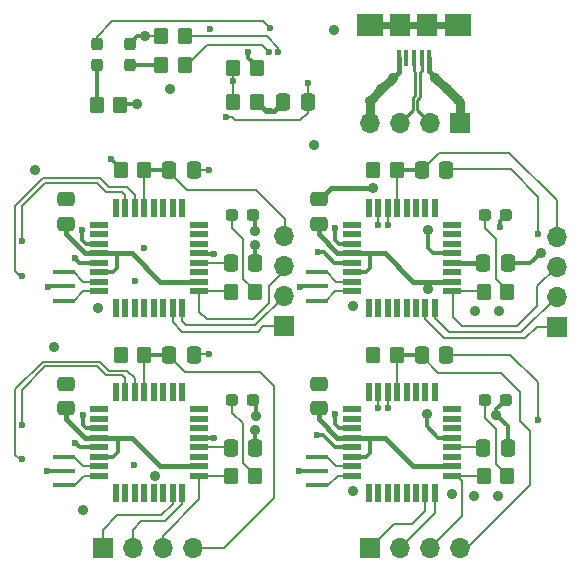
<source format=gbr>
%TF.GenerationSoftware,KiCad,Pcbnew,(6.0.4)*%
%TF.CreationDate,2022-04-04T02:46:47+02:00*%
%TF.ProjectId,Duino Coin,4475696e-6f20-4436-9f69-6e2e6b696361,rev?*%
%TF.SameCoordinates,Original*%
%TF.FileFunction,Copper,L1,Top*%
%TF.FilePolarity,Positive*%
%FSLAX46Y46*%
G04 Gerber Fmt 4.6, Leading zero omitted, Abs format (unit mm)*
G04 Created by KiCad (PCBNEW (6.0.4)) date 2022-04-04 02:46:47*
%MOMM*%
%LPD*%
G01*
G04 APERTURE LIST*
G04 Aperture macros list*
%AMRoundRect*
0 Rectangle with rounded corners*
0 $1 Rounding radius*
0 $2 $3 $4 $5 $6 $7 $8 $9 X,Y pos of 4 corners*
0 Add a 4 corners polygon primitive as box body*
4,1,4,$2,$3,$4,$5,$6,$7,$8,$9,$2,$3,0*
0 Add four circle primitives for the rounded corners*
1,1,$1+$1,$2,$3*
1,1,$1+$1,$4,$5*
1,1,$1+$1,$6,$7*
1,1,$1+$1,$8,$9*
0 Add four rect primitives between the rounded corners*
20,1,$1+$1,$2,$3,$4,$5,0*
20,1,$1+$1,$4,$5,$6,$7,0*
20,1,$1+$1,$6,$7,$8,$9,0*
20,1,$1+$1,$8,$9,$2,$3,0*%
G04 Aperture macros list end*
%TA.AperFunction,SMDPad,CuDef*%
%ADD10RoundRect,0.250000X0.337500X0.475000X-0.337500X0.475000X-0.337500X-0.475000X0.337500X-0.475000X0*%
%TD*%
%TA.AperFunction,SMDPad,CuDef*%
%ADD11RoundRect,0.250000X0.475000X-0.337500X0.475000X0.337500X-0.475000X0.337500X-0.475000X-0.337500X0*%
%TD*%
%TA.AperFunction,SMDPad,CuDef*%
%ADD12RoundRect,0.250000X-0.337500X-0.475000X0.337500X-0.475000X0.337500X0.475000X-0.337500X0.475000X0*%
%TD*%
%TA.AperFunction,SMDPad,CuDef*%
%ADD13RoundRect,0.237500X0.287500X0.237500X-0.287500X0.237500X-0.287500X-0.237500X0.287500X-0.237500X0*%
%TD*%
%TA.AperFunction,SMDPad,CuDef*%
%ADD14RoundRect,0.237500X0.237500X-0.287500X0.237500X0.287500X-0.237500X0.287500X-0.237500X-0.287500X0*%
%TD*%
%TA.AperFunction,SMDPad,CuDef*%
%ADD15R,1.500000X0.600000*%
%TD*%
%TA.AperFunction,SMDPad,CuDef*%
%ADD16R,0.600000X1.500000*%
%TD*%
%TA.AperFunction,SMDPad,CuDef*%
%ADD17R,0.400000X1.400000*%
%TD*%
%TA.AperFunction,SMDPad,CuDef*%
%ADD18R,1.800000X1.900000*%
%TD*%
%TA.AperFunction,SMDPad,CuDef*%
%ADD19R,2.300000X1.900000*%
%TD*%
%TA.AperFunction,SMDPad,CuDef*%
%ADD20RoundRect,0.249999X-0.350001X-0.450001X0.350001X-0.450001X0.350001X0.450001X-0.350001X0.450001X0*%
%TD*%
%TA.AperFunction,SMDPad,CuDef*%
%ADD21RoundRect,0.249999X0.350001X0.450001X-0.350001X0.450001X-0.350001X-0.450001X0.350001X-0.450001X0*%
%TD*%
%TA.AperFunction,SMDPad,CuDef*%
%ADD22R,1.900000X0.400000*%
%TD*%
%TA.AperFunction,ComponentPad*%
%ADD23R,1.700000X1.700000*%
%TD*%
%TA.AperFunction,ComponentPad*%
%ADD24O,1.700000X1.700000*%
%TD*%
%TA.AperFunction,ViaPad*%
%ADD25C,0.900000*%
%TD*%
%TA.AperFunction,ViaPad*%
%ADD26C,0.600000*%
%TD*%
%TA.AperFunction,Conductor*%
%ADD27C,0.800000*%
%TD*%
%TA.AperFunction,Conductor*%
%ADD28C,0.300000*%
%TD*%
%TA.AperFunction,Conductor*%
%ADD29C,0.400000*%
%TD*%
%TA.AperFunction,Conductor*%
%ADD30C,0.200000*%
%TD*%
%TA.AperFunction,Conductor*%
%ADD31C,0.600000*%
%TD*%
%TA.AperFunction,Conductor*%
%ADD32C,0.228600*%
%TD*%
G04 APERTURE END LIST*
D10*
%TO.P,C6,1*%
%TO.N,/DTR_2*%
X167720000Y-119408000D03*
%TO.P,C6,2*%
%TO.N,/SS2*%
X165645000Y-119408000D03*
%TD*%
%TO.P,C7,1*%
%TO.N,/DTR_3*%
X189119500Y-119408000D03*
%TO.P,C7,2*%
%TO.N,/SS3*%
X187044500Y-119408000D03*
%TD*%
%TO.P,C8,1*%
%TO.N,/DTR_1*%
X167725000Y-103787000D03*
%TO.P,C8,2*%
%TO.N,/SS1*%
X165650000Y-103787000D03*
%TD*%
%TO.P,C9,1*%
%TO.N,/DTR_4*%
X189119500Y-103787000D03*
%TO.P,C9,2*%
%TO.N,/SS4*%
X187044500Y-103787000D03*
%TD*%
D11*
%TO.P,C10,1*%
%TO.N,+5V*%
X156903500Y-123938000D03*
%TO.P,C10,2*%
%TO.N,GND*%
X156903500Y-121863000D03*
%TD*%
%TO.P,C11,1*%
%TO.N,+5V*%
X178303000Y-123938000D03*
%TO.P,C11,2*%
%TO.N,GND*%
X178303000Y-121863000D03*
%TD*%
%TO.P,C12,1*%
%TO.N,+5V*%
X156903500Y-108317000D03*
%TO.P,C12,2*%
%TO.N,GND*%
X156903500Y-106242000D03*
%TD*%
%TO.P,C13,1*%
%TO.N,+5V*%
X178303000Y-108317000D03*
%TO.P,C13,2*%
%TO.N,GND*%
X178303000Y-106242000D03*
%TD*%
D12*
%TO.P,C14,1*%
%TO.N,Net-(C14-Pad1)*%
X170852000Y-127282000D03*
%TO.P,C14,2*%
%TO.N,GND*%
X172927000Y-127282000D03*
%TD*%
%TO.P,C15,1*%
%TO.N,Net-(C15-Pad1)*%
X192251500Y-127282000D03*
%TO.P,C15,2*%
%TO.N,GND*%
X194326500Y-127282000D03*
%TD*%
%TO.P,C16,1*%
%TO.N,Net-(C16-Pad1)*%
X170852000Y-111661000D03*
%TO.P,C16,2*%
%TO.N,GND*%
X172927000Y-111661000D03*
%TD*%
%TO.P,C17,1*%
%TO.N,Net-(C17-Pad1)*%
X192251500Y-111661000D03*
%TO.P,C17,2*%
%TO.N,GND*%
X194326500Y-111661000D03*
%TD*%
D10*
%TO.P,C19,1*%
%TO.N,Net-(C19-Pad1)*%
X177377000Y-98044000D03*
%TO.P,C19,2*%
%TO.N,GND*%
X175302000Y-98044000D03*
%TD*%
D13*
%TO.P,D9,1,K*%
%TO.N,GND*%
X172764500Y-123218000D03*
%TO.P,D9,2,A*%
%TO.N,Net-(D9-Pad2)*%
X171014500Y-123218000D03*
%TD*%
%TO.P,D10,1,K*%
%TO.N,GND*%
X194164000Y-123218000D03*
%TO.P,D10,2,A*%
%TO.N,Net-(D10-Pad2)*%
X192414000Y-123218000D03*
%TD*%
%TO.P,D11,1,K*%
%TO.N,GND*%
X172764500Y-107597000D03*
%TO.P,D11,2,A*%
%TO.N,Net-(D11-Pad2)*%
X171014500Y-107597000D03*
%TD*%
%TO.P,D12,1,K*%
%TO.N,GND*%
X194164000Y-107597000D03*
%TO.P,D12,2,A*%
%TO.N,Net-(D12-Pad2)*%
X192414000Y-107597000D03*
%TD*%
D14*
%TO.P,D13,1,K*%
%TO.N,Net-(D13-Pad1)*%
X162306000Y-94855000D03*
%TO.P,D13,2,A*%
%TO.N,+3V3*%
X162306000Y-93105000D03*
%TD*%
%TO.P,D17,1,K*%
%TO.N,Net-(D17-Pad1)*%
X159512000Y-94855000D03*
%TO.P,D17,2,A*%
%TO.N,Net-(D17-Pad2)*%
X159512000Y-93105000D03*
%TD*%
D15*
%TO.P,IC1,1,PD3_[PCINT19]*%
%TO.N,unconnected-(IC1-Pad1)*%
X159702000Y-124037500D03*
%TO.P,IC1,2,PD4_[PCINT20]*%
%TO.N,unconnected-(IC1-Pad2)*%
X159702000Y-124837500D03*
%TO.P,IC1,3,GND_1*%
%TO.N,GND*%
X159702000Y-125637500D03*
%TO.P,IC1,4,VCC_1*%
%TO.N,+5V*%
X159702000Y-126437500D03*
%TO.P,IC1,5,GND_2*%
%TO.N,GND*%
X159702000Y-127237500D03*
%TO.P,IC1,6,VCC_2*%
%TO.N,+5V*%
X159702000Y-128037500D03*
%TO.P,IC1,7,PB6_[PCINT6]*%
%TO.N,Net-(IC1-Pad7)*%
X159702000Y-128837500D03*
%TO.P,IC1,8,PB7_[PCINT7]*%
%TO.N,Net-(IC1-Pad8)*%
X159702000Y-129637500D03*
D16*
%TO.P,IC1,9,PD5_[PCINT21]*%
%TO.N,unconnected-(IC1-Pad9)*%
X161152000Y-131087500D03*
%TO.P,IC1,10,PD6_[PCINT22]*%
%TO.N,unconnected-(IC1-Pad10)*%
X161952000Y-131087500D03*
%TO.P,IC1,11,PD7_[PCINT23]*%
%TO.N,unconnected-(IC1-Pad11)*%
X162752000Y-131087500D03*
%TO.P,IC1,12,PB0_[PCINT0]*%
%TO.N,unconnected-(IC1-Pad12)*%
X163552000Y-131087500D03*
%TO.P,IC1,13,PB1_[PCINT1]*%
%TO.N,unconnected-(IC1-Pad13)*%
X164352000Y-131087500D03*
%TO.P,IC1,14,PB2_[PCINT2]*%
%TO.N,unconnected-(IC1-Pad14)*%
X165152000Y-131087500D03*
%TO.P,IC1,15,PB3_[PCINT3]*%
%TO.N,/MOSI2*%
X165952000Y-131087500D03*
%TO.P,IC1,16,PB4_[PCINT4]*%
%TO.N,/MISO2*%
X166752000Y-131087500D03*
D15*
%TO.P,IC1,17,PB5_[PCINT5]*%
%TO.N,/SCK2*%
X168202000Y-129637500D03*
%TO.P,IC1,18,AVCC*%
%TO.N,+5V*%
X168202000Y-128837500D03*
%TO.P,IC1,19,ADC6*%
%TO.N,unconnected-(IC1-Pad19)*%
X168202000Y-128037500D03*
%TO.P,IC1,20,AREF*%
%TO.N,Net-(C14-Pad1)*%
X168202000Y-127237500D03*
%TO.P,IC1,21,GND_3*%
%TO.N,GND*%
X168202000Y-126437500D03*
%TO.P,IC1,22,ADC7*%
%TO.N,unconnected-(IC1-Pad22)*%
X168202000Y-125637500D03*
%TO.P,IC1,23,PC0_[PCINT8]*%
%TO.N,unconnected-(IC1-Pad23)*%
X168202000Y-124837500D03*
%TO.P,IC1,24,PC1_[PCINT9]*%
%TO.N,unconnected-(IC1-Pad24)*%
X168202000Y-124037500D03*
D16*
%TO.P,IC1,25,PC2_[PCINT10]*%
%TO.N,unconnected-(IC1-Pad25)*%
X166752000Y-122587500D03*
%TO.P,IC1,26,PC3_[PCINT11]*%
%TO.N,unconnected-(IC1-Pad26)*%
X165952000Y-122587500D03*
%TO.P,IC1,27,PC4_[PCINT12]*%
%TO.N,unconnected-(IC1-Pad27)*%
X165152000Y-122587500D03*
%TO.P,IC1,28,PC5_[PCINT13]*%
%TO.N,unconnected-(IC1-Pad28)*%
X164352000Y-122587500D03*
%TO.P,IC1,29,PC6_[RESET/PCINT14]*%
%TO.N,/SS2*%
X163552000Y-122587500D03*
%TO.P,IC1,30,PD0_[PCINT16]*%
%TO.N,/RXD_2*%
X162752000Y-122587500D03*
%TO.P,IC1,31,PD1_[PCINT17]*%
%TO.N,/TXD_2*%
X161952000Y-122587500D03*
%TO.P,IC1,32,PD2_[PCINT18]*%
%TO.N,unconnected-(IC1-Pad32)*%
X161152000Y-122587500D03*
%TD*%
D15*
%TO.P,IC2,1,PD3_[PCINT19]*%
%TO.N,unconnected-(IC2-Pad1)*%
X181101500Y-124037500D03*
%TO.P,IC2,2,PD4_[PCINT20]*%
%TO.N,unconnected-(IC2-Pad2)*%
X181101500Y-124837500D03*
%TO.P,IC2,3,GND_1*%
%TO.N,GND*%
X181101500Y-125637500D03*
%TO.P,IC2,4,VCC_1*%
%TO.N,+5V*%
X181101500Y-126437500D03*
%TO.P,IC2,5,GND_2*%
%TO.N,GND*%
X181101500Y-127237500D03*
%TO.P,IC2,6,VCC_2*%
%TO.N,+5V*%
X181101500Y-128037500D03*
%TO.P,IC2,7,PB6_[PCINT6]*%
%TO.N,Net-(IC2-Pad7)*%
X181101500Y-128837500D03*
%TO.P,IC2,8,PB7_[PCINT7]*%
%TO.N,Net-(IC2-Pad8)*%
X181101500Y-129637500D03*
D16*
%TO.P,IC2,9,PD5_[PCINT21]*%
%TO.N,unconnected-(IC2-Pad9)*%
X182551500Y-131087500D03*
%TO.P,IC2,10,PD6_[PCINT22]*%
%TO.N,unconnected-(IC2-Pad10)*%
X183351500Y-131087500D03*
%TO.P,IC2,11,PD7_[PCINT23]*%
%TO.N,unconnected-(IC2-Pad11)*%
X184151500Y-131087500D03*
%TO.P,IC2,12,PB0_[PCINT0]*%
%TO.N,unconnected-(IC2-Pad12)*%
X184951500Y-131087500D03*
%TO.P,IC2,13,PB1_[PCINT1]*%
%TO.N,unconnected-(IC2-Pad13)*%
X185751500Y-131087500D03*
%TO.P,IC2,14,PB2_[PCINT2]*%
%TO.N,unconnected-(IC2-Pad14)*%
X186551500Y-131087500D03*
%TO.P,IC2,15,PB3_[PCINT3]*%
%TO.N,/MOSI3*%
X187351500Y-131087500D03*
%TO.P,IC2,16,PB4_[PCINT4]*%
%TO.N,/MISO3*%
X188151500Y-131087500D03*
D15*
%TO.P,IC2,17,PB5_[PCINT5]*%
%TO.N,/SCK3*%
X189601500Y-129637500D03*
%TO.P,IC2,18,AVCC*%
%TO.N,+5V*%
X189601500Y-128837500D03*
%TO.P,IC2,19,ADC6*%
%TO.N,unconnected-(IC2-Pad19)*%
X189601500Y-128037500D03*
%TO.P,IC2,20,AREF*%
%TO.N,Net-(C15-Pad1)*%
X189601500Y-127237500D03*
%TO.P,IC2,21,GND_3*%
%TO.N,GND*%
X189601500Y-126437500D03*
%TO.P,IC2,22,ADC7*%
%TO.N,unconnected-(IC2-Pad22)*%
X189601500Y-125637500D03*
%TO.P,IC2,23,PC0_[PCINT8]*%
%TO.N,unconnected-(IC2-Pad23)*%
X189601500Y-124837500D03*
%TO.P,IC2,24,PC1_[PCINT9]*%
%TO.N,unconnected-(IC2-Pad24)*%
X189601500Y-124037500D03*
D16*
%TO.P,IC2,25,PC2_[PCINT10]*%
%TO.N,unconnected-(IC2-Pad25)*%
X188151500Y-122587500D03*
%TO.P,IC2,26,PC3_[PCINT11]*%
%TO.N,unconnected-(IC2-Pad26)*%
X187351500Y-122587500D03*
%TO.P,IC2,27,PC4_[PCINT12]*%
%TO.N,unconnected-(IC2-Pad27)*%
X186551500Y-122587500D03*
%TO.P,IC2,28,PC5_[PCINT13]*%
%TO.N,unconnected-(IC2-Pad28)*%
X185751500Y-122587500D03*
%TO.P,IC2,29,PC6_[RESET/PCINT14]*%
%TO.N,/SS3*%
X184951500Y-122587500D03*
%TO.P,IC2,30,PD0_[PCINT16]*%
%TO.N,/RXD_3*%
X184151500Y-122587500D03*
%TO.P,IC2,31,PD1_[PCINT17]*%
%TO.N,/TXD_3*%
X183351500Y-122587500D03*
%TO.P,IC2,32,PD2_[PCINT18]*%
%TO.N,unconnected-(IC2-Pad32)*%
X182551500Y-122587500D03*
%TD*%
D15*
%TO.P,IC4,1,PD3_[PCINT19]*%
%TO.N,unconnected-(IC4-Pad1)*%
X181101500Y-108416500D03*
%TO.P,IC4,2,PD4_[PCINT20]*%
%TO.N,unconnected-(IC4-Pad2)*%
X181101500Y-109216500D03*
%TO.P,IC4,3,GND_1*%
%TO.N,GND*%
X181101500Y-110016500D03*
%TO.P,IC4,4,VCC_1*%
%TO.N,+5V*%
X181101500Y-110816500D03*
%TO.P,IC4,5,GND_2*%
%TO.N,GND*%
X181101500Y-111616500D03*
%TO.P,IC4,6,VCC_2*%
%TO.N,+5V*%
X181101500Y-112416500D03*
%TO.P,IC4,7,PB6_[PCINT6]*%
%TO.N,Net-(IC4-Pad7)*%
X181101500Y-113216500D03*
%TO.P,IC4,8,PB7_[PCINT7]*%
%TO.N,Net-(IC4-Pad8)*%
X181101500Y-114016500D03*
D16*
%TO.P,IC4,9,PD5_[PCINT21]*%
%TO.N,unconnected-(IC4-Pad9)*%
X182551500Y-115466500D03*
%TO.P,IC4,10,PD6_[PCINT22]*%
%TO.N,unconnected-(IC4-Pad10)*%
X183351500Y-115466500D03*
%TO.P,IC4,11,PD7_[PCINT23]*%
%TO.N,unconnected-(IC4-Pad11)*%
X184151500Y-115466500D03*
%TO.P,IC4,12,PB0_[PCINT0]*%
%TO.N,unconnected-(IC4-Pad12)*%
X184951500Y-115466500D03*
%TO.P,IC4,13,PB1_[PCINT1]*%
%TO.N,unconnected-(IC4-Pad13)*%
X185751500Y-115466500D03*
%TO.P,IC4,14,PB2_[PCINT2]*%
%TO.N,unconnected-(IC4-Pad14)*%
X186551500Y-115466500D03*
%TO.P,IC4,15,PB3_[PCINT3]*%
%TO.N,/MOSI4*%
X187351500Y-115466500D03*
%TO.P,IC4,16,PB4_[PCINT4]*%
%TO.N,/MISO4*%
X188151500Y-115466500D03*
D15*
%TO.P,IC4,17,PB5_[PCINT5]*%
%TO.N,/SCK4*%
X189601500Y-114016500D03*
%TO.P,IC4,18,AVCC*%
%TO.N,+5V*%
X189601500Y-113216500D03*
%TO.P,IC4,19,ADC6*%
%TO.N,unconnected-(IC4-Pad19)*%
X189601500Y-112416500D03*
%TO.P,IC4,20,AREF*%
%TO.N,Net-(C17-Pad1)*%
X189601500Y-111616500D03*
%TO.P,IC4,21,GND_3*%
%TO.N,GND*%
X189601500Y-110816500D03*
%TO.P,IC4,22,ADC7*%
%TO.N,unconnected-(IC4-Pad22)*%
X189601500Y-110016500D03*
%TO.P,IC4,23,PC0_[PCINT8]*%
%TO.N,unconnected-(IC4-Pad23)*%
X189601500Y-109216500D03*
%TO.P,IC4,24,PC1_[PCINT9]*%
%TO.N,unconnected-(IC4-Pad24)*%
X189601500Y-108416500D03*
D16*
%TO.P,IC4,25,PC2_[PCINT10]*%
%TO.N,unconnected-(IC4-Pad25)*%
X188151500Y-106966500D03*
%TO.P,IC4,26,PC3_[PCINT11]*%
%TO.N,unconnected-(IC4-Pad26)*%
X187351500Y-106966500D03*
%TO.P,IC4,27,PC4_[PCINT12]*%
%TO.N,unconnected-(IC4-Pad27)*%
X186551500Y-106966500D03*
%TO.P,IC4,28,PC5_[PCINT13]*%
%TO.N,unconnected-(IC4-Pad28)*%
X185751500Y-106966500D03*
%TO.P,IC4,29,PC6_[RESET/PCINT14]*%
%TO.N,/SS4*%
X184951500Y-106966500D03*
%TO.P,IC4,30,PD0_[PCINT16]*%
%TO.N,/RXD_4*%
X184151500Y-106966500D03*
%TO.P,IC4,31,PD1_[PCINT17]*%
%TO.N,/TXD_4*%
X183351500Y-106966500D03*
%TO.P,IC4,32,PD2_[PCINT18]*%
%TO.N,unconnected-(IC4-Pad32)*%
X182551500Y-106966500D03*
%TD*%
D17*
%TO.P,J1,1,VBUS*%
%TO.N,+5V*%
X187672500Y-94323500D03*
%TO.P,J1,2,D-*%
%TO.N,/D-*%
X187022500Y-94323500D03*
%TO.P,J1,3,D+*%
%TO.N,/D+*%
X186372500Y-94323500D03*
%TO.P,J1,4,ID*%
%TO.N,unconnected-(J1-Pad4)*%
X185722500Y-94323500D03*
%TO.P,J1,5,GND*%
%TO.N,GND*%
X185072500Y-94323500D03*
D18*
%TO.P,J1,6,Shield*%
%TO.N,unconnected-(J1-Pad6)*%
X185222500Y-91473500D03*
D19*
X182622500Y-91473500D03*
D18*
X187522500Y-91473500D03*
D19*
X190122500Y-91473500D03*
%TD*%
D20*
%TO.P,R17,1*%
%TO.N,+5V*%
X161555000Y-119408000D03*
%TO.P,R17,2*%
%TO.N,/SS2*%
X163555000Y-119408000D03*
%TD*%
%TO.P,R18,1*%
%TO.N,+5V*%
X182954500Y-119408000D03*
%TO.P,R18,2*%
%TO.N,/SS3*%
X184954500Y-119408000D03*
%TD*%
%TO.P,R19,1*%
%TO.N,+5V*%
X161555000Y-103787000D03*
%TO.P,R19,2*%
%TO.N,/SS1*%
X163555000Y-103787000D03*
%TD*%
%TO.P,R20,1*%
%TO.N,+5V*%
X182954500Y-103787000D03*
%TO.P,R20,2*%
%TO.N,/SS4*%
X184954500Y-103787000D03*
%TD*%
D21*
%TO.P,R21,1*%
%TO.N,Net-(D9-Pad2)*%
X172889500Y-129695000D03*
%TO.P,R21,2*%
%TO.N,/SCK2*%
X170889500Y-129695000D03*
%TD*%
%TO.P,R22,1*%
%TO.N,Net-(D10-Pad2)*%
X194289000Y-129695000D03*
%TO.P,R22,2*%
%TO.N,/SCK3*%
X192289000Y-129695000D03*
%TD*%
%TO.P,R23,1*%
%TO.N,Net-(D11-Pad2)*%
X172889500Y-114074000D03*
%TO.P,R23,2*%
%TO.N,/SCK1*%
X170889500Y-114074000D03*
%TD*%
%TO.P,R24,1*%
%TO.N,Net-(D12-Pad2)*%
X194289000Y-114074000D03*
%TO.P,R24,2*%
%TO.N,/SCK4*%
X192289000Y-114074000D03*
%TD*%
%TO.P,R25,1*%
%TO.N,+5V*%
X173085000Y-95123000D03*
%TO.P,R25,2*%
%TO.N,Net-(R25-Pad2)*%
X171085000Y-95123000D03*
%TD*%
D20*
%TO.P,R26,1*%
%TO.N,Net-(R25-Pad2)*%
X171085000Y-98044000D03*
%TO.P,R26,2*%
%TO.N,GND*%
X173085000Y-98044000D03*
%TD*%
%TO.P,R27,1*%
%TO.N,Net-(D13-Pad1)*%
X164989000Y-94869000D03*
%TO.P,R27,2*%
%TO.N,Net-(R27-Pad2)*%
X166989000Y-94869000D03*
%TD*%
%TO.P,R28,1*%
%TO.N,+3V3*%
X164989000Y-92456000D03*
%TO.P,R28,2*%
%TO.N,Net-(R28-Pad2)*%
X166989000Y-92456000D03*
%TD*%
%TO.P,R30,1*%
%TO.N,Net-(D17-Pad1)*%
X159528000Y-98234500D03*
%TO.P,R30,2*%
%TO.N,GND*%
X161528000Y-98234500D03*
%TD*%
D22*
%TO.P,Y1,1,1*%
%TO.N,Net-(IC1-Pad7)*%
X156776500Y-128050500D03*
%TO.P,Y1,2,2*%
%TO.N,GND*%
X156776500Y-129250500D03*
%TO.P,Y1,3,3*%
%TO.N,Net-(IC1-Pad8)*%
X156776500Y-130450500D03*
%TD*%
%TO.P,Y2,1,1*%
%TO.N,Net-(IC2-Pad7)*%
X178176000Y-128050500D03*
%TO.P,Y2,2,2*%
%TO.N,GND*%
X178176000Y-129250500D03*
%TO.P,Y2,3,3*%
%TO.N,Net-(IC2-Pad8)*%
X178176000Y-130450500D03*
%TD*%
%TO.P,Y3,1,1*%
%TO.N,Net-(IC3-Pad7)*%
X156776500Y-112429500D03*
%TO.P,Y3,2,2*%
%TO.N,GND*%
X156776500Y-113629500D03*
%TO.P,Y3,3,3*%
%TO.N,Net-(IC3-Pad8)*%
X156776500Y-114829500D03*
%TD*%
%TO.P,Y4,1,1*%
%TO.N,Net-(IC4-Pad7)*%
X178176000Y-112429500D03*
%TO.P,Y4,2,2*%
%TO.N,GND*%
X178176000Y-113629500D03*
%TO.P,Y4,3,3*%
%TO.N,Net-(IC4-Pad8)*%
X178176000Y-114829500D03*
%TD*%
D15*
%TO.P,IC3,1,PD3_[PCINT19]*%
%TO.N,unconnected-(IC3-Pad1)*%
X159702000Y-108416500D03*
%TO.P,IC3,2,PD4_[PCINT20]*%
%TO.N,unconnected-(IC3-Pad2)*%
X159702000Y-109216500D03*
%TO.P,IC3,3,GND_1*%
%TO.N,GND*%
X159702000Y-110016500D03*
%TO.P,IC3,4,VCC_1*%
%TO.N,+5V*%
X159702000Y-110816500D03*
%TO.P,IC3,5,GND_2*%
%TO.N,GND*%
X159702000Y-111616500D03*
%TO.P,IC3,6,VCC_2*%
%TO.N,+5V*%
X159702000Y-112416500D03*
%TO.P,IC3,7,PB6_[PCINT6]*%
%TO.N,Net-(IC3-Pad7)*%
X159702000Y-113216500D03*
%TO.P,IC3,8,PB7_[PCINT7]*%
%TO.N,Net-(IC3-Pad8)*%
X159702000Y-114016500D03*
D16*
%TO.P,IC3,9,PD5_[PCINT21]*%
%TO.N,unconnected-(IC3-Pad9)*%
X161152000Y-115466500D03*
%TO.P,IC3,10,PD6_[PCINT22]*%
%TO.N,unconnected-(IC3-Pad10)*%
X161952000Y-115466500D03*
%TO.P,IC3,11,PD7_[PCINT23]*%
%TO.N,unconnected-(IC3-Pad11)*%
X162752000Y-115466500D03*
%TO.P,IC3,12,PB0_[PCINT0]*%
%TO.N,unconnected-(IC3-Pad12)*%
X163552000Y-115466500D03*
%TO.P,IC3,13,PB1_[PCINT1]*%
%TO.N,unconnected-(IC3-Pad13)*%
X164352000Y-115466500D03*
%TO.P,IC3,14,PB2_[PCINT2]*%
%TO.N,unconnected-(IC3-Pad14)*%
X165152000Y-115466500D03*
%TO.P,IC3,15,PB3_[PCINT3]*%
%TO.N,/MOSI1*%
X165952000Y-115466500D03*
%TO.P,IC3,16,PB4_[PCINT4]*%
%TO.N,/MISO1*%
X166752000Y-115466500D03*
D15*
%TO.P,IC3,17,PB5_[PCINT5]*%
%TO.N,/SCK1*%
X168202000Y-114016500D03*
%TO.P,IC3,18,AVCC*%
%TO.N,+5V*%
X168202000Y-113216500D03*
%TO.P,IC3,19,ADC6*%
%TO.N,unconnected-(IC3-Pad19)*%
X168202000Y-112416500D03*
%TO.P,IC3,20,AREF*%
%TO.N,Net-(C16-Pad1)*%
X168202000Y-111616500D03*
%TO.P,IC3,21,GND_3*%
%TO.N,GND*%
X168202000Y-110816500D03*
%TO.P,IC3,22,ADC7*%
%TO.N,unconnected-(IC3-Pad22)*%
X168202000Y-110016500D03*
%TO.P,IC3,23,PC0_[PCINT8]*%
%TO.N,unconnected-(IC3-Pad23)*%
X168202000Y-109216500D03*
%TO.P,IC3,24,PC1_[PCINT9]*%
%TO.N,unconnected-(IC3-Pad24)*%
X168202000Y-108416500D03*
D16*
%TO.P,IC3,25,PC2_[PCINT10]*%
%TO.N,unconnected-(IC3-Pad25)*%
X166752000Y-106966500D03*
%TO.P,IC3,26,PC3_[PCINT11]*%
%TO.N,unconnected-(IC3-Pad26)*%
X165952000Y-106966500D03*
%TO.P,IC3,27,PC4_[PCINT12]*%
%TO.N,unconnected-(IC3-Pad27)*%
X165152000Y-106966500D03*
%TO.P,IC3,28,PC5_[PCINT13]*%
%TO.N,unconnected-(IC3-Pad28)*%
X164352000Y-106966500D03*
%TO.P,IC3,29,PC6_[RESET/PCINT14]*%
%TO.N,/SS1*%
X163552000Y-106966500D03*
%TO.P,IC3,30,PD0_[PCINT16]*%
%TO.N,/RXD_1*%
X162752000Y-106966500D03*
%TO.P,IC3,31,PD1_[PCINT17]*%
%TO.N,/TXD_1*%
X161952000Y-106966500D03*
%TO.P,IC3,32,PD2_[PCINT18]*%
%TO.N,unconnected-(IC3-Pad32)*%
X161152000Y-106966500D03*
%TD*%
D23*
%TO.P,J2,1,Pin_1*%
%TO.N,/MOSI4*%
X198450200Y-117043200D03*
D24*
%TO.P,J2,2,Pin_2*%
%TO.N,/MISO4*%
X198450200Y-114503200D03*
%TO.P,J2,3,Pin_3*%
%TO.N,/SCK4*%
X198450200Y-111963200D03*
%TO.P,J2,4,Pin_4*%
%TO.N,/SS4*%
X198450200Y-109423200D03*
%TD*%
D23*
%TO.P,J3,1,Pin_1*%
%TO.N,/MOSI3*%
X182664100Y-135801100D03*
D24*
%TO.P,J3,2,Pin_2*%
%TO.N,/MISO3*%
X185204100Y-135801100D03*
%TO.P,J3,3,Pin_3*%
%TO.N,/SCK3*%
X187744100Y-135801100D03*
%TO.P,J3,4,Pin_4*%
%TO.N,/SS3*%
X190284100Y-135801100D03*
%TD*%
D23*
%TO.P,J5,1,Pin_1*%
%TO.N,/MOSI2*%
X160020000Y-135775700D03*
D24*
%TO.P,J5,2,Pin_2*%
%TO.N,/MISO2*%
X162560000Y-135775700D03*
%TO.P,J5,3,Pin_3*%
%TO.N,/SCK2*%
X165100000Y-135775700D03*
%TO.P,J5,4,Pin_4*%
%TO.N,/SS2*%
X167640000Y-135775700D03*
%TD*%
D23*
%TO.P,J6,1,Pin_1*%
%TO.N,/MOSI1*%
X175417480Y-117012720D03*
D24*
%TO.P,J6,2,Pin_2*%
%TO.N,/MISO1*%
X175417480Y-114472720D03*
%TO.P,J6,3,Pin_3*%
%TO.N,/SCK1*%
X175417480Y-111932720D03*
%TO.P,J6,4,Pin_4*%
%TO.N,/SS1*%
X175417480Y-109392720D03*
%TD*%
D23*
%TO.P,J4,1,Pin_1*%
%TO.N,+5V*%
X190296800Y-99771200D03*
D24*
%TO.P,J4,2,Pin_2*%
%TO.N,/D-*%
X187756800Y-99771200D03*
%TO.P,J4,3,Pin_3*%
%TO.N,/D+*%
X185216800Y-99771200D03*
%TO.P,J4,4,Pin_4*%
%TO.N,GND*%
X182676800Y-99771200D03*
%TD*%
D25*
%TO.N,GND*%
X156921200Y-121818400D03*
D26*
X162661600Y-128778000D03*
D25*
X193357500Y-124510800D03*
X172923200Y-125780800D03*
D26*
X179730400Y-108661200D03*
X169468800Y-110845600D03*
D25*
X178303000Y-121863028D03*
X191427102Y-131394200D03*
X183616600Y-96951800D03*
D26*
X158292800Y-108813600D03*
X157683200Y-111252000D03*
X178155600Y-126238000D03*
X169468800Y-126441200D03*
X162763200Y-113131600D03*
X158343600Y-124510800D03*
D25*
X184607200Y-95961200D03*
X177952400Y-101650800D03*
X191528700Y-115709700D03*
X187452000Y-124460000D03*
D26*
X174193200Y-98806000D03*
D25*
X182900320Y-105333800D03*
X156870400Y-106172000D03*
D26*
X176733200Y-113639600D03*
X179730400Y-124460000D03*
D25*
X182676800Y-97891600D03*
X172923200Y-110134400D03*
D26*
X178257200Y-110744000D03*
D25*
X172974000Y-124561600D03*
D26*
X176631600Y-129235200D03*
D25*
X165760400Y-96926400D03*
D26*
X155397200Y-113639600D03*
D25*
X187553600Y-108864400D03*
X172923200Y-108915200D03*
X179578000Y-91948000D03*
D26*
X193700400Y-108610400D03*
D25*
X162966400Y-98196400D03*
D26*
X155346400Y-129235200D03*
D25*
X197104000Y-110782100D03*
D26*
X169113200Y-91846400D03*
X157683200Y-126847600D03*
D25*
%TO.N,+5V*%
X164465000Y-129654300D03*
X188193680Y-95945960D03*
X156903500Y-123938000D03*
X189141100Y-96944180D03*
X156903500Y-108317000D03*
X190136780Y-97881440D03*
X181254400Y-115316000D03*
X182930800Y-119430800D03*
X189585600Y-131216400D03*
X182930800Y-103835200D03*
D26*
X163499800Y-110363000D03*
D25*
X193569500Y-115697000D03*
D26*
X160731200Y-102870000D03*
X161645600Y-119024400D03*
D25*
X178303000Y-108317000D03*
X158394400Y-132537200D03*
D26*
X172339000Y-93802200D03*
D25*
X154330400Y-103784400D03*
X187528200Y-113880900D03*
X193533350Y-131354150D03*
X155905200Y-118770400D03*
X159664400Y-115417600D03*
X178303000Y-123957000D03*
X181254400Y-130962400D03*
D26*
%TO.N,Net-(R25-Pad2)*%
X171069000Y-96266000D03*
%TO.N,Net-(R27-Pad2)*%
X174117000Y-93789500D03*
%TO.N,Net-(R28-Pad2)*%
X174879000Y-93789500D03*
D25*
%TO.N,+3V3*%
X163576000Y-92456000D03*
D26*
%TO.N,Net-(D17-Pad2)*%
X174180500Y-91757500D03*
%TO.N,Net-(C19-Pad1)*%
X170484800Y-99314000D03*
X177419000Y-96393000D03*
%TO.N,/DTR_2*%
X169011600Y-119380000D03*
%TO.N,/DTR_3*%
X196850000Y-124917200D03*
%TO.N,/DTR_1*%
X169011600Y-103784400D03*
%TO.N,/DTR_4*%
X196900800Y-109220000D03*
%TO.N,/RXD_4*%
X184150000Y-108458000D03*
%TO.N,/TXD_4*%
X183337200Y-108458000D03*
%TO.N,/RXD_2*%
X153212800Y-128270000D03*
%TO.N,/TXD_2*%
X153212800Y-125323600D03*
%TO.N,/RXD_3*%
X184200800Y-123952000D03*
%TO.N,/TXD_3*%
X183337200Y-123952000D03*
%TO.N,/RXD_1*%
X153212800Y-112725200D03*
%TO.N,/TXD_1*%
X153212800Y-109778800D03*
%TD*%
D27*
%TO.N,GND*%
X182676800Y-97891600D02*
X182676800Y-99771200D01*
X183616600Y-96951800D02*
X182676800Y-97891600D01*
X184607200Y-95961200D02*
X183616600Y-96951800D01*
D28*
X169468800Y-110845600D02*
X168231100Y-110845600D01*
D29*
X185072500Y-95495900D02*
X184607200Y-95961200D01*
D28*
X187553600Y-110337600D02*
X187553600Y-108864400D01*
X172974000Y-124561600D02*
X172974000Y-123427500D01*
X158292800Y-108813600D02*
X158292800Y-109657300D01*
X193700400Y-108610400D02*
X193700400Y-108060600D01*
X178176000Y-113629500D02*
X176743300Y-113629500D01*
D29*
X179359560Y-105333800D02*
X182900320Y-105333800D01*
D28*
X172974000Y-123427500D02*
X172764500Y-123218000D01*
X188413500Y-126437500D02*
X189601500Y-126437500D01*
X158073100Y-127237500D02*
X157683200Y-126847600D01*
X179730400Y-125316400D02*
X179730400Y-124460000D01*
X194164000Y-123218000D02*
X193357500Y-124024500D01*
X158047700Y-111616500D02*
X157683200Y-111252000D01*
X155407300Y-113629500D02*
X155397200Y-113639600D01*
X194326500Y-127282000D02*
X194326500Y-125479800D01*
D29*
X174193200Y-98806000D02*
X173847000Y-98806000D01*
X185072500Y-94323500D02*
X185072500Y-95495900D01*
D28*
X155361700Y-129250500D02*
X155346400Y-129235200D01*
X181101500Y-127237500D02*
X179713900Y-127237500D01*
X172923200Y-107755700D02*
X172764500Y-107597000D01*
X158652000Y-110016500D02*
X159702000Y-110016500D01*
X187452000Y-125476000D02*
X188413500Y-126437500D01*
D29*
X173847000Y-98806000D02*
X173085000Y-98044000D01*
D28*
X161566100Y-98196400D02*
X161528000Y-98234500D01*
X181101500Y-110016500D02*
X180051500Y-110016500D01*
D29*
X174193200Y-98806000D02*
X174540000Y-98806000D01*
D28*
X194326500Y-125479800D02*
X193357500Y-124510800D01*
X156776500Y-113629500D02*
X155407300Y-113629500D01*
X172927000Y-110138200D02*
X172923200Y-110134400D01*
X178176000Y-129250500D02*
X176646900Y-129250500D01*
X172927000Y-125784600D02*
X172923200Y-125780800D01*
X169465100Y-126437500D02*
X169468800Y-126441200D01*
X194349300Y-127304800D02*
X194326500Y-127282000D01*
X187452000Y-124460000D02*
X187452000Y-125476000D01*
X179637700Y-111616500D02*
X178765200Y-110744000D01*
X193357500Y-124024500D02*
X193357500Y-124510800D01*
X158343600Y-125329100D02*
X158652000Y-125637500D01*
X188032500Y-110816500D02*
X187553600Y-110337600D01*
X193700400Y-108060600D02*
X194164000Y-107597000D01*
X176646900Y-129250500D02*
X176631600Y-129235200D01*
X158652000Y-125637500D02*
X159702000Y-125637500D01*
X179730400Y-109695400D02*
X179730400Y-108661200D01*
X178303000Y-121863000D02*
X178303000Y-121863028D01*
X159702000Y-127237500D02*
X158073100Y-127237500D01*
X181101500Y-111616500D02*
X179637700Y-111616500D01*
D29*
X178303000Y-106242000D02*
X178451360Y-106242000D01*
D28*
X159702000Y-111616500D02*
X158047700Y-111616500D01*
D29*
X182676800Y-97891600D02*
X182676800Y-97891600D01*
D28*
X168231100Y-110845600D02*
X168202000Y-110816500D01*
X178765200Y-110744000D02*
X178257200Y-110744000D01*
X158292800Y-109657300D02*
X158652000Y-110016500D01*
X181101500Y-125637500D02*
X180051500Y-125637500D01*
X189601500Y-110816500D02*
X188032500Y-110816500D01*
X156776500Y-129250500D02*
X155361700Y-129250500D01*
X168202000Y-126437500D02*
X169465100Y-126437500D01*
D29*
X174540000Y-98806000D02*
X175302000Y-98044000D01*
D28*
X162966400Y-98196400D02*
X161566100Y-98196400D01*
X194326500Y-111661000D02*
X196225100Y-111661000D01*
D29*
X178451360Y-106242000D02*
X179359560Y-105333800D01*
D28*
X172923200Y-108915200D02*
X172923200Y-107755700D01*
X158343600Y-124510800D02*
X158343600Y-125329100D01*
X180051500Y-110016500D02*
X179730400Y-109695400D01*
X172927000Y-111661000D02*
X172927000Y-110138200D01*
X179713900Y-127237500D02*
X178714400Y-126238000D01*
X180051500Y-125637500D02*
X179730400Y-125316400D01*
X176743300Y-113629500D02*
X176733200Y-113639600D01*
X196225100Y-111661000D02*
X197104000Y-110782100D01*
X172927000Y-127282000D02*
X172927000Y-125784600D01*
X178714400Y-126238000D02*
X178155600Y-126238000D01*
D30*
%TO.N,Net-(D9-Pad2)*%
X171014500Y-123218000D02*
X171014500Y-124342000D01*
X171894500Y-128612000D02*
X172889500Y-129607000D01*
X171894500Y-125222000D02*
X171894500Y-128612000D01*
X172889500Y-129607000D02*
X172889500Y-129695000D01*
X171014500Y-124342000D02*
X171894500Y-125222000D01*
%TO.N,Net-(D10-Pad2)*%
X192414000Y-124799200D02*
X193294000Y-125679200D01*
X193294000Y-125679200D02*
X193294000Y-128643750D01*
X193294000Y-128643750D02*
X194289000Y-129638750D01*
X192414000Y-123218000D02*
X192414000Y-124799200D01*
X194289000Y-129638750D02*
X194289000Y-129695000D01*
D28*
%TO.N,+5V*%
X182299700Y-112441900D02*
X182680500Y-112061100D01*
X182680500Y-112061100D02*
X182680500Y-110841900D01*
X181088800Y-112441900D02*
X182299700Y-112441900D01*
D29*
X159702000Y-110816500D02*
X162505500Y-110816500D01*
X162505500Y-110816500D02*
X164905500Y-113216500D01*
X164905500Y-113216500D02*
X168202000Y-113216500D01*
X178303000Y-108317000D02*
X178303000Y-108317000D01*
X178303000Y-109215000D02*
X179904500Y-110816500D01*
X179904500Y-110816500D02*
X181101500Y-110816500D01*
X156903500Y-123938000D02*
X156903500Y-124836000D01*
X178303000Y-123957000D02*
X178303000Y-124836000D01*
X156903500Y-108317000D02*
X156903500Y-109215000D01*
X178303000Y-108317000D02*
X178303000Y-109215000D01*
X158505000Y-126437500D02*
X159702000Y-126437500D01*
D28*
X161555000Y-103693800D02*
X160731200Y-102870000D01*
D29*
X156903500Y-124836000D02*
X158505000Y-126437500D01*
D28*
X159702000Y-128037500D02*
X160912900Y-128037500D01*
D27*
X189141100Y-96893380D02*
X188193680Y-95945960D01*
D29*
X181101500Y-110816500D02*
X183905000Y-110816500D01*
X156903500Y-123938000D02*
X156903500Y-123938000D01*
X178303000Y-123938000D02*
X178303000Y-123957000D01*
D27*
X190296800Y-99771200D02*
X190296800Y-98041460D01*
D29*
X187672500Y-94323500D02*
X187672500Y-95424780D01*
D28*
X181088800Y-128088300D02*
X182299700Y-128088300D01*
D27*
X190078360Y-97881440D02*
X189141100Y-96944180D01*
D29*
X183905000Y-126437500D02*
X186305000Y-128837500D01*
D27*
X190136780Y-97881440D02*
X190078360Y-97881440D01*
D29*
X164905500Y-128837500D02*
X168202000Y-128837500D01*
D28*
X159651200Y-112441900D02*
X160862100Y-112441900D01*
D29*
X159702000Y-126437500D02*
X161293700Y-126437500D01*
X161293700Y-126437500D02*
X162505500Y-126437500D01*
D28*
X161293700Y-127656700D02*
X161293700Y-126437500D01*
D29*
X186305000Y-128837500D02*
X189601500Y-128837500D01*
X162505500Y-126437500D02*
X164905500Y-128837500D01*
D28*
X161555000Y-103787000D02*
X161555000Y-103693800D01*
D29*
X186305000Y-113216500D02*
X189601500Y-113216500D01*
D27*
X189141100Y-96944180D02*
X189141100Y-96893380D01*
D28*
X160912900Y-128037500D02*
X161293700Y-127656700D01*
D29*
X156903500Y-108317000D02*
X156903500Y-108317000D01*
D28*
X172339000Y-93802200D02*
X172339000Y-94259400D01*
D27*
X190296800Y-98041460D02*
X190136780Y-97881440D01*
D28*
X182299700Y-128088300D02*
X182680500Y-127707500D01*
D29*
X181101500Y-126437500D02*
X183905000Y-126437500D01*
X183905000Y-110816500D02*
X186305000Y-113216500D01*
X187672500Y-95424780D02*
X188193680Y-95945960D01*
X178303000Y-124836000D02*
X179904500Y-126437500D01*
X179904500Y-126437500D02*
X181101500Y-126437500D01*
D28*
X161242900Y-112061100D02*
X161242900Y-110841900D01*
X173085000Y-95005400D02*
X173085000Y-95123000D01*
D29*
X158505000Y-110816500D02*
X159702000Y-110816500D01*
X156903500Y-109215000D02*
X158505000Y-110816500D01*
D28*
X172339000Y-94259400D02*
X173085000Y-95005400D01*
X160862100Y-112441900D02*
X161242900Y-112061100D01*
X182680500Y-127707500D02*
X182680500Y-126488300D01*
D30*
%TO.N,Net-(D11-Pad2)*%
X171894500Y-109601000D02*
X171894500Y-112966500D01*
X171014500Y-108721000D02*
X171894500Y-109601000D01*
X172889500Y-113961500D02*
X172889500Y-114074000D01*
X171014500Y-107597000D02*
X171014500Y-108721000D01*
X171894500Y-112966500D02*
X172889500Y-113961500D01*
%TO.N,Net-(D12-Pad2)*%
X192414000Y-108721000D02*
X193294000Y-109601000D01*
X192414000Y-107597000D02*
X192414000Y-108721000D01*
X194289000Y-113961500D02*
X194289000Y-114074000D01*
X193294000Y-112966500D02*
X194289000Y-113961500D01*
X193294000Y-109601000D02*
X193294000Y-112966500D01*
D31*
%TO.N,unconnected-(J1-Pad6)*%
X187522500Y-91473500D02*
X190122500Y-91473500D01*
X185222500Y-91473500D02*
X187522500Y-91473500D01*
X182622500Y-91473500D02*
X185222500Y-91473500D01*
D30*
%TO.N,Net-(IC4-Pad8)*%
X178921500Y-114829500D02*
X178176000Y-114829500D01*
X179734500Y-114016500D02*
X178921500Y-114829500D01*
X181101500Y-114016500D02*
X179734500Y-114016500D01*
%TO.N,Net-(IC4-Pad7)*%
X179764500Y-113216500D02*
X178977500Y-112429500D01*
X178977500Y-112429500D02*
X178176000Y-112429500D01*
X181101500Y-113216500D02*
X179764500Y-113216500D01*
%TO.N,Net-(IC1-Pad8)*%
X159702000Y-129637500D02*
X158462000Y-129637500D01*
X158462000Y-129637500D02*
X157649000Y-130450500D01*
X157649000Y-130450500D02*
X156776500Y-130450500D01*
%TO.N,Net-(IC1-Pad7)*%
X156776500Y-128050500D02*
X157578000Y-128050500D01*
X158365000Y-128837500D02*
X159702000Y-128837500D01*
X157578000Y-128050500D02*
X158365000Y-128837500D01*
%TO.N,Net-(IC2-Pad8)*%
X181101500Y-129637500D02*
X179925000Y-129637500D01*
X179925000Y-129637500D02*
X179112000Y-130450500D01*
X179112000Y-130450500D02*
X178176000Y-130450500D01*
%TO.N,Net-(IC2-Pad7)*%
X179764500Y-128837500D02*
X178977500Y-128050500D01*
X178977500Y-128050500D02*
X178176000Y-128050500D01*
X181101500Y-128837500D02*
X179764500Y-128837500D01*
%TO.N,Net-(IC3-Pad8)*%
X157585500Y-114829500D02*
X156776500Y-114829500D01*
X158398500Y-114016500D02*
X157585500Y-114829500D01*
X159702000Y-114016500D02*
X158398500Y-114016500D01*
%TO.N,Net-(IC3-Pad7)*%
X158365000Y-113216500D02*
X157578000Y-112429500D01*
X159702000Y-113216500D02*
X158365000Y-113216500D01*
X157578000Y-112429500D02*
X156776500Y-112429500D01*
%TO.N,Net-(C14-Pad1)*%
X170807500Y-127237500D02*
X170852000Y-127282000D01*
X168202000Y-127237500D02*
X170807500Y-127237500D01*
%TO.N,Net-(C15-Pad1)*%
X189601500Y-127237500D02*
X192207000Y-127237500D01*
X192207000Y-127237500D02*
X192251500Y-127282000D01*
%TO.N,Net-(C16-Pad1)*%
X170807500Y-111616500D02*
X170852000Y-111661000D01*
X168202000Y-111616500D02*
X170807500Y-111616500D01*
D29*
%TO.N,Net-(C17-Pad1)*%
X192207000Y-111616500D02*
X192251500Y-111661000D01*
X189601500Y-111616500D02*
X192207000Y-111616500D01*
D28*
%TO.N,Net-(D13-Pad1)*%
X162306000Y-94855000D02*
X164975000Y-94855000D01*
X164975000Y-94855000D02*
X164989000Y-94869000D01*
%TO.N,Net-(D17-Pad1)*%
X159512000Y-98218500D02*
X159528000Y-98234500D01*
X159512000Y-94855000D02*
X159512000Y-98218500D01*
D30*
%TO.N,Net-(R25-Pad2)*%
X171069000Y-96266000D02*
X171069000Y-95139000D01*
X171069000Y-95139000D02*
X171085000Y-95123000D01*
X171085000Y-98044000D02*
X171085000Y-96282000D01*
X171085000Y-96282000D02*
X171069000Y-96266000D01*
%TO.N,Net-(R27-Pad2)*%
X168846500Y-93218000D02*
X173545500Y-93218000D01*
X173545500Y-93218000D02*
X174117000Y-93789500D01*
X166989000Y-94869000D02*
X167195500Y-94869000D01*
X167195500Y-94869000D02*
X168846500Y-93218000D01*
%TO.N,Net-(R28-Pad2)*%
X174879000Y-93408500D02*
X174879000Y-93789500D01*
X173926500Y-92456000D02*
X174879000Y-93408500D01*
X166989000Y-92456000D02*
X173926500Y-92456000D01*
D28*
%TO.N,+3V3*%
X162306000Y-93065600D02*
X162915600Y-92456000D01*
X162915600Y-92456000D02*
X163576000Y-92456000D01*
X162306000Y-93105000D02*
X162306000Y-93065600D01*
D30*
X164989000Y-92456000D02*
X163576000Y-92456000D01*
%TO.N,Net-(D17-Pad2)*%
X160845500Y-91186000D02*
X173609000Y-91186000D01*
X159512000Y-93105000D02*
X159512000Y-92519500D01*
X173609000Y-91186000D02*
X174180500Y-91757500D01*
X159512000Y-92519500D02*
X160845500Y-91186000D01*
%TO.N,Net-(C19-Pad1)*%
X177419000Y-96393000D02*
X177419000Y-98002000D01*
X177419000Y-98002000D02*
X177377000Y-98044000D01*
X177377000Y-98924200D02*
X176733200Y-99568000D01*
X170942000Y-99314000D02*
X170484800Y-99314000D01*
X177377000Y-98044000D02*
X177377000Y-98924200D01*
X176733200Y-99568000D02*
X171196000Y-99568000D01*
X171196000Y-99568000D02*
X170942000Y-99314000D01*
%TO.N,/SS2*%
X167017700Y-120878600D02*
X165645000Y-119505900D01*
X170319700Y-135775700D02*
X174561500Y-131533900D01*
X163552000Y-122587500D02*
X163552000Y-119411000D01*
D28*
X163555000Y-119408000D02*
X165645000Y-119408000D01*
D30*
X167640000Y-135775700D02*
X170319700Y-135775700D01*
X165645000Y-119505900D02*
X165645000Y-119408000D01*
X174561500Y-122085100D02*
X173355000Y-120878600D01*
X173355000Y-120878600D02*
X167017700Y-120878600D01*
X174561500Y-131533900D02*
X174561500Y-122085100D01*
X163552000Y-119411000D02*
X163555000Y-119408000D01*
%TO.N,/DTR_2*%
X167727600Y-119380000D02*
X167725000Y-119382600D01*
X169011600Y-119380000D02*
X167727600Y-119380000D01*
%TO.N,/SS3*%
X195364100Y-125006100D02*
X195364100Y-122529600D01*
X196215000Y-130479800D02*
X196215000Y-125857000D01*
X195364100Y-122529600D02*
X193751200Y-120916700D01*
X196215000Y-125857000D02*
X195364100Y-125006100D01*
X188417200Y-120916700D02*
X187044500Y-119544000D01*
X193751200Y-120916700D02*
X188417200Y-120916700D01*
X184951500Y-119411000D02*
X184954500Y-119408000D01*
X184951500Y-122587500D02*
X184951500Y-119411000D01*
D28*
X184954500Y-119408000D02*
X187044500Y-119408000D01*
D30*
X190893700Y-135801100D02*
X196215000Y-130479800D01*
X187044500Y-119544000D02*
X187044500Y-119408000D01*
X190284100Y-135801100D02*
X190893700Y-135801100D01*
%TO.N,/DTR_3*%
X196850000Y-121716800D02*
X196850000Y-124917200D01*
X194541200Y-119408000D02*
X196850000Y-121716800D01*
X189119500Y-119408000D02*
X194541200Y-119408000D01*
D28*
%TO.N,/SS1*%
X163555000Y-103787000D02*
X165650000Y-103787000D01*
D30*
X175425100Y-109143800D02*
X175425100Y-107891580D01*
X163552000Y-106966500D02*
X163552000Y-103790000D01*
X163552000Y-103790000D02*
X163555000Y-103787000D01*
X172968920Y-105435400D02*
X167167560Y-105435400D01*
X165650000Y-103917840D02*
X165650000Y-103787000D01*
X167167560Y-105435400D02*
X165650000Y-103917840D01*
X175425100Y-107891580D02*
X172968920Y-105435400D01*
%TO.N,/DTR_1*%
X167727600Y-103784400D02*
X167725000Y-103787000D01*
X169011600Y-103784400D02*
X167727600Y-103784400D01*
%TO.N,/SS4*%
X184951500Y-103790000D02*
X184954500Y-103787000D01*
X198450200Y-106324400D02*
X194462400Y-102336600D01*
X188494900Y-102336600D02*
X187044500Y-103787000D01*
X198450200Y-109423200D02*
X198450200Y-106324400D01*
X184951500Y-106966500D02*
X184951500Y-103790000D01*
D28*
X184954500Y-103787000D02*
X187044500Y-103787000D01*
D30*
X194462400Y-102336600D02*
X188494900Y-102336600D01*
%TO.N,/DTR_4*%
X196900800Y-106019600D02*
X196900800Y-109220000D01*
X189170300Y-103710800D02*
X194592000Y-103710800D01*
X194592000Y-103710800D02*
X196900800Y-106019600D01*
%TO.N,/RXD_4*%
X184150000Y-108458000D02*
X184150000Y-106968000D01*
X184150000Y-106968000D02*
X184151500Y-106966500D01*
%TO.N,/TXD_4*%
X183337200Y-106980800D02*
X183351500Y-106966500D01*
X183337200Y-108458000D02*
X183337200Y-106980800D01*
%TO.N,/RXD_2*%
X159766000Y-119989600D02*
X154940000Y-119989600D01*
X152603200Y-127863600D02*
X153009600Y-128270000D01*
X162752000Y-121400800D02*
X162102800Y-120751600D01*
X152603200Y-122326400D02*
X152603200Y-127863600D01*
X154940000Y-119989600D02*
X152603200Y-122326400D01*
X153009600Y-128270000D02*
X153212800Y-128270000D01*
X162752000Y-122587500D02*
X162752000Y-121400800D01*
X162102800Y-120751600D02*
X160528000Y-120751600D01*
X160528000Y-120751600D02*
X159766000Y-119989600D01*
%TO.N,/TXD_2*%
X159562800Y-120396000D02*
X155143200Y-120396000D01*
X161952000Y-122587500D02*
X161952000Y-121413600D01*
X155143200Y-120396000D02*
X153162000Y-122377200D01*
X161696400Y-121158000D02*
X160324800Y-121158000D01*
X161952000Y-121413600D02*
X161696400Y-121158000D01*
X160324800Y-121158000D02*
X159562800Y-120396000D01*
X153162000Y-125272800D02*
X153212800Y-125323600D01*
X153162000Y-122377200D02*
X153162000Y-125272800D01*
%TO.N,/RXD_3*%
X184151500Y-122587500D02*
X184151500Y-123902700D01*
X184151500Y-123902700D02*
X184200800Y-123952000D01*
%TO.N,/TXD_3*%
X183351500Y-123937700D02*
X183337200Y-123952000D01*
X183351500Y-122587500D02*
X183351500Y-123937700D01*
%TO.N,/RXD_1*%
X153009600Y-112725200D02*
X153212800Y-112725200D01*
X162752000Y-105856000D02*
X162102800Y-105206800D01*
X154940000Y-104444800D02*
X152603200Y-106781600D01*
X160528000Y-105206800D02*
X159766000Y-104444800D01*
X162102800Y-105206800D02*
X160528000Y-105206800D01*
X152603200Y-106781600D02*
X152603200Y-112318800D01*
X152603200Y-112318800D02*
X153009600Y-112725200D01*
X162752000Y-107042700D02*
X162752000Y-105856000D01*
X159766000Y-104444800D02*
X154940000Y-104444800D01*
%TO.N,/TXD_1*%
X155143200Y-104851200D02*
X153162000Y-106832400D01*
X161696400Y-105613200D02*
X160324800Y-105613200D01*
X153162000Y-109728000D02*
X153212800Y-109778800D01*
X159562800Y-104851200D02*
X155143200Y-104851200D01*
X160324800Y-105613200D02*
X159562800Y-104851200D01*
X161952000Y-105868800D02*
X161696400Y-105613200D01*
X153162000Y-106832400D02*
X153162000Y-109728000D01*
X161952000Y-107042700D02*
X161952000Y-105868800D01*
D32*
%TO.N,/D-*%
X186888000Y-97607408D02*
X186888000Y-95508001D01*
X186677300Y-98691700D02*
X186677300Y-97818108D01*
X186677300Y-97818108D02*
X186888000Y-97607408D01*
X186888000Y-95508001D02*
X187022500Y-95373501D01*
X187756800Y-99771200D02*
X186677300Y-98691700D01*
X187022500Y-95373501D02*
X187022500Y-94323500D01*
%TO.N,/D+*%
X186372500Y-95373501D02*
X186372500Y-94323500D01*
X185216800Y-99771200D02*
X186296300Y-98691700D01*
X186507000Y-97449592D02*
X186507000Y-95508001D01*
X186507000Y-95508001D02*
X186372500Y-95373501D01*
X186296300Y-97660292D02*
X186507000Y-97449592D01*
X186296300Y-98691700D02*
X186296300Y-97660292D01*
D30*
%TO.N,/MOSI2*%
X160020000Y-134226300D02*
X160020000Y-135775700D01*
X165952000Y-132037500D02*
X164969700Y-133019800D01*
X165952000Y-131087500D02*
X165952000Y-132037500D01*
X161226500Y-133019800D02*
X160020000Y-134226300D01*
X164969700Y-133019800D02*
X161226500Y-133019800D01*
%TO.N,/MISO2*%
X166752000Y-132053600D02*
X165303200Y-133502400D01*
X163296600Y-133502400D02*
X162560000Y-134239000D01*
X166752000Y-131087500D02*
X166752000Y-132053600D01*
X165303200Y-133502400D02*
X163296600Y-133502400D01*
X162560000Y-134239000D02*
X162560000Y-135775700D01*
%TO.N,/SCK2*%
X165100000Y-134759700D02*
X168202000Y-131657700D01*
X170889500Y-129695000D02*
X170889500Y-129948100D01*
X165100000Y-135775700D02*
X165100000Y-134759700D01*
X168202000Y-131657700D02*
X168202000Y-129637500D01*
X170832000Y-129637500D02*
X170889500Y-129695000D01*
X168202000Y-129637500D02*
X170832000Y-129637500D01*
%TO.N,/MOSI3*%
X187351500Y-131087500D02*
X187351500Y-132599600D01*
X187351500Y-132599600D02*
X186207400Y-133743700D01*
X184721500Y-133743700D02*
X182664100Y-135801100D01*
X186207400Y-133743700D02*
X184721500Y-133743700D01*
%TO.N,/MISO3*%
X188151500Y-131087500D02*
X188151500Y-132790200D01*
X188151500Y-132790200D02*
X185204100Y-135737600D01*
X185204100Y-135737600D02*
X185204100Y-135801100D01*
%TO.N,/SCK3*%
X192231500Y-129637500D02*
X192289000Y-129695000D01*
X187744100Y-135788400D02*
X187744100Y-135801100D01*
X191820800Y-130163200D02*
X192289000Y-129695000D01*
X190474600Y-133057900D02*
X187744100Y-135788400D01*
X190474600Y-130074600D02*
X190474600Y-133057900D01*
X189601500Y-129637500D02*
X190037500Y-129637500D01*
X189601500Y-129637500D02*
X192231500Y-129637500D01*
X190037500Y-129637500D02*
X190474600Y-130074600D01*
%TO.N,/MOSI1*%
X173619160Y-117012720D02*
X173172120Y-117459760D01*
X166766240Y-117459760D02*
X165952000Y-116645520D01*
X175176180Y-117012720D02*
X173619160Y-117012720D01*
X173172120Y-117459760D02*
X166766240Y-117459760D01*
X165952000Y-116645520D02*
X165952000Y-115466500D01*
%TO.N,/MISO1*%
X175425100Y-114439700D02*
X172933360Y-116931440D01*
X167116760Y-116931440D02*
X166752000Y-116566680D01*
X166752000Y-116566680D02*
X166752000Y-115466500D01*
X172933360Y-116931440D02*
X167116760Y-116931440D01*
X175425100Y-114223800D02*
X175425100Y-114439700D01*
%TO.N,/SCK1*%
X168818560Y-116387880D02*
X168202000Y-115771320D01*
X170832000Y-114016500D02*
X170889500Y-114074000D01*
X175425100Y-112245140D02*
X174096680Y-113573560D01*
X175425100Y-111683800D02*
X175425100Y-112245140D01*
X168202000Y-114016500D02*
X170832000Y-114016500D01*
X174096680Y-113573560D02*
X174096680Y-115021360D01*
X172730160Y-116387880D02*
X168818560Y-116387880D01*
X168202000Y-115771320D02*
X168202000Y-114016500D01*
X174096680Y-115021360D02*
X172730160Y-116387880D01*
%TO.N,/MOSI4*%
X195821300Y-117995700D02*
X188930700Y-117995700D01*
X188930700Y-117995700D02*
X187351500Y-116416500D01*
X198450200Y-117043200D02*
X196773800Y-117043200D01*
X196773800Y-117043200D02*
X195821300Y-117995700D01*
X187351500Y-116416500D02*
X187351500Y-115466500D01*
%TO.N,/MISO4*%
X195465700Y-117487700D02*
X189369700Y-117487700D01*
X188151500Y-116269500D02*
X188151500Y-115466500D01*
X189369700Y-117487700D02*
X188151500Y-116269500D01*
X198450200Y-114503200D02*
X195465700Y-117487700D01*
%TO.N,/SCK4*%
X196824600Y-113588800D02*
X196824600Y-115265200D01*
X190449200Y-116979700D02*
X189674500Y-116205000D01*
X192231500Y-114016500D02*
X192289000Y-114074000D01*
X195110100Y-116979700D02*
X190449200Y-116979700D01*
X189674500Y-116205000D02*
X189674500Y-114089500D01*
X198450200Y-111963200D02*
X196824600Y-113588800D01*
X189674500Y-114089500D02*
X189601500Y-114016500D01*
X189601500Y-114016500D02*
X192231500Y-114016500D01*
X196824600Y-115265200D02*
X195110100Y-116979700D01*
%TD*%
M02*

</source>
